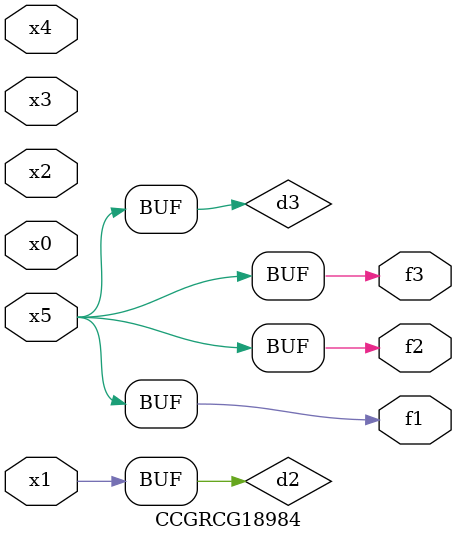
<source format=v>
module CCGRCG18984(
	input x0, x1, x2, x3, x4, x5,
	output f1, f2, f3
);

	wire d1, d2, d3;

	not (d1, x5);
	or (d2, x1);
	xnor (d3, d1);
	assign f1 = d3;
	assign f2 = d3;
	assign f3 = d3;
endmodule

</source>
